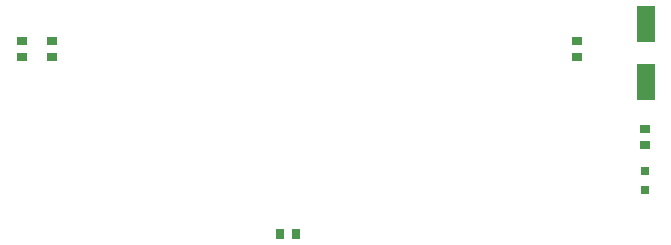
<source format=gtp>
%FSTAX23Y23*%
%MOIN*%
%SFA1B1*%

%IPPOS*%
%ADD14R,0.037400X0.031500*%
%ADD15R,0.031500X0.031500*%
%ADD16R,0.063000X0.124000*%
%ADD17R,0.031500X0.037400*%
%LNpcb1-1*%
%LPD*%
G54D14*
X04699Y03975D03*
Y0392D03*
X0262Y04267D03*
Y04212D03*
X0447D03*
Y04267D03*
X0272Y04212D03*
Y04267D03*
G54D15*
X04699Y03771D03*
Y03834D03*
G54D16*
X047Y04322D03*
Y0413D03*
G54D17*
X0348Y03625D03*
X03535D03*
M02*
</source>
